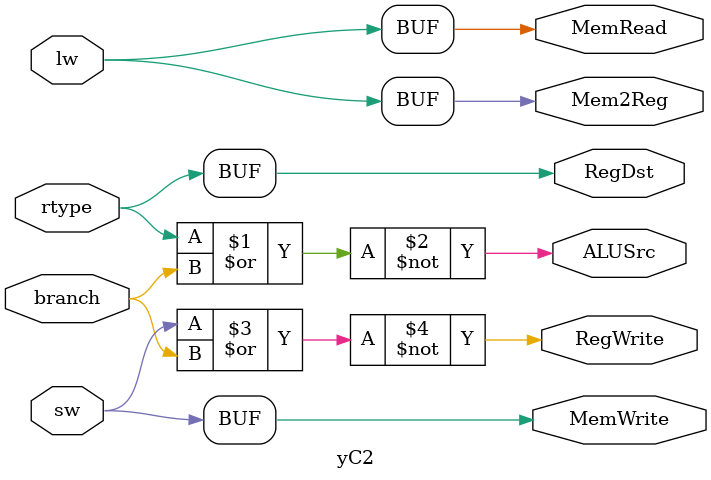
<source format=v>
  
module yC2(RegDst, ALUSrc, RegWrite, Mem2Reg, MemRead, MemWrite, rtype, lw, sw,branch);
output RegDst, ALUSrc, RegWrite, Mem2Reg, MemRead, MemWrite;
input rtype, lw, sw, branch;
assign RegDst = rtype;				
nor (ALUSrc, rtype, branch);		
nor (RegWrite, sw, branch);			
assign Mem2Reg = lw;
assign MemRead = lw;
assign MemWrite = sw;
endmodule

</source>
